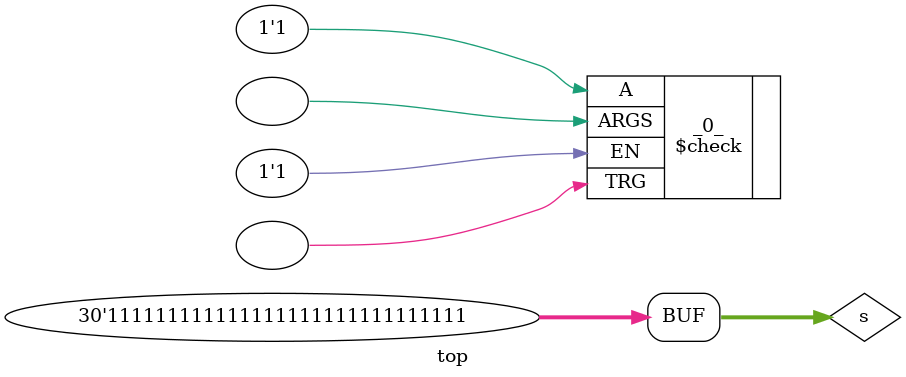
<source format=v>
/* Generated by Yosys 0.62+39 (git sha1 131911291-dirty, g++ 11.4.0-1ubuntu1~22.04.2 -Og -fPIC) */

(* keep =  1  *)
(* top =  1  *)
(* src = "dut.sv:1.1-87.10" *)
module top();
  (* src = "dut.sv:19.7-19.8" *)
  (* wiretype = "\\S" *)
  wire [29:0] s;
  (* keep = 32'd1 *)
  (* src = "dut.sv:83.9-83.28" *)
  \$check  #(
    .ARGS_WIDTH(32'd0),
    .FLAVOR("assert"),
    .FORMAT(),
    .PRIORITY(32'd4294967295),
    .TRG_ENABLE(32'd1),
    .TRG_POLARITY(),
    .TRG_WIDTH(32'd0)
  ) _0_ (
    .A(1'h1),
    .ARGS(),
    .EN(1'h1),
    .TRG()
  );
  assign s = 30'h3fffffff;
endmodule

</source>
